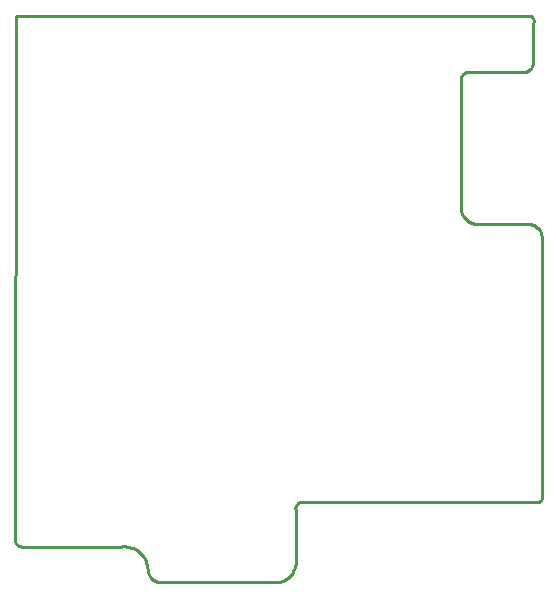
<source format=gbr>
G04 EAGLE Gerber X2 export*
%TF.Part,Single*%
%TF.FileFunction,Profile,NP*%
%TF.FilePolarity,Positive*%
%TF.GenerationSoftware,Autodesk,EAGLE,9.1.3*%
%TF.CreationDate,2018-09-20T23:52:14Z*%
G75*
%MOMM*%
%FSLAX34Y34*%
%LPD*%
%AMOC8*
5,1,8,0,0,1.08239X$1,22.5*%
G01*
%ADD10C,0.254000*%


D10*
X2283Y21310D02*
X2325Y20814D01*
X2409Y20324D01*
X2537Y19843D01*
X2705Y19375D01*
X2914Y18923D01*
X3161Y18491D01*
X3445Y18082D01*
X3764Y17700D01*
X4114Y17347D01*
X4495Y17026D01*
X4901Y16739D01*
X5331Y16489D01*
X5782Y16277D01*
X6249Y16105D01*
X6729Y15974D01*
X7219Y15886D01*
X7714Y15841D01*
X8212Y15839D01*
X92537Y15840D01*
X94240Y15973D01*
X95948Y15957D01*
X97648Y15792D01*
X99328Y15479D01*
X100973Y15021D01*
X102573Y14422D01*
X104114Y13686D01*
X105585Y12818D01*
X106975Y11825D01*
X108273Y10714D01*
X109469Y9495D01*
X110555Y8176D01*
X111521Y6768D01*
X112361Y5281D01*
X113069Y3726D01*
X113638Y2115D01*
X114064Y461D01*
X114345Y-1224D01*
X114804Y-3960D01*
X114885Y-4908D01*
X115049Y-5845D01*
X115294Y-6764D01*
X115618Y-7658D01*
X116018Y-8521D01*
X116493Y-9346D01*
X117037Y-10126D01*
X117647Y-10855D01*
X118319Y-11529D01*
X119046Y-12142D01*
X119825Y-12688D01*
X120648Y-13165D01*
X121509Y-13569D01*
X122402Y-13895D01*
X123321Y-14143D01*
X124257Y-14310D01*
X125205Y-14394D01*
X126156Y-14396D01*
X222213Y-14396D01*
X223722Y-14383D01*
X225225Y-14239D01*
X226709Y-13965D01*
X228163Y-13562D01*
X229577Y-13034D01*
X230940Y-12385D01*
X232241Y-11619D01*
X233470Y-10743D01*
X234618Y-9764D01*
X235676Y-8688D01*
X236637Y-7523D01*
X237492Y-6280D01*
X238236Y-4967D01*
X238862Y-3593D01*
X239367Y-2171D01*
X239745Y-710D01*
X239995Y779D01*
X240114Y2283D01*
X240114Y46810D01*
X240001Y47280D01*
X239929Y47757D01*
X239899Y48239D01*
X239912Y48722D01*
X239966Y49202D01*
X240062Y49675D01*
X240199Y50138D01*
X240375Y50587D01*
X240591Y51020D01*
X240843Y51431D01*
X241130Y51820D01*
X241449Y52182D01*
X241799Y52514D01*
X242177Y52815D01*
X242579Y53082D01*
X243004Y53313D01*
X243446Y53506D01*
X243904Y53659D01*
X443289Y53659D01*
X443632Y53567D01*
X443982Y53506D01*
X444336Y53475D01*
X444692Y53475D01*
X445046Y53506D01*
X445396Y53568D01*
X445740Y53660D01*
X446074Y53782D01*
X446396Y53933D01*
X446704Y54111D01*
X446995Y54315D01*
X447267Y54543D01*
X447518Y54795D01*
X447747Y55067D01*
X447951Y55359D01*
X448128Y55667D01*
X448278Y55989D01*
X448400Y56323D01*
X448400Y278953D01*
X448223Y279943D01*
X447961Y280913D01*
X447615Y281857D01*
X447188Y282768D01*
X446683Y283637D01*
X446105Y284459D01*
X445457Y285228D01*
X444744Y285937D01*
X443973Y286582D01*
X443148Y287157D01*
X442276Y287658D01*
X441364Y288081D01*
X440418Y288422D01*
X439447Y288680D01*
X438456Y288853D01*
X437454Y288938D01*
X436449Y288936D01*
X435448Y288846D01*
X393594Y288846D01*
X392395Y288925D01*
X391207Y289109D01*
X390039Y289395D01*
X388901Y289781D01*
X387801Y290266D01*
X386748Y290845D01*
X385748Y291513D01*
X384811Y292265D01*
X383943Y293097D01*
X383151Y294001D01*
X382441Y294971D01*
X381818Y295998D01*
X381286Y297077D01*
X380851Y298197D01*
X380515Y299351D01*
X380281Y300530D01*
X380151Y301725D01*
X380125Y302927D01*
X380125Y412530D01*
X380214Y413025D01*
X380346Y413510D01*
X380519Y413982D01*
X380733Y414437D01*
X380986Y414871D01*
X381275Y415282D01*
X381600Y415666D01*
X381956Y416021D01*
X382343Y416343D01*
X382755Y416630D01*
X383192Y416880D01*
X383648Y417091D01*
X384121Y417261D01*
X384607Y417390D01*
X385102Y417476D01*
X385603Y417518D01*
X386106Y417516D01*
X386607Y417471D01*
X433028Y417471D01*
X433787Y417571D01*
X434535Y417738D01*
X435266Y417968D01*
X435973Y418262D01*
X436653Y418616D01*
X437299Y419028D01*
X437906Y419495D01*
X438471Y420013D01*
X438988Y420578D01*
X439454Y421186D01*
X439866Y421833D01*
X440219Y422512D01*
X440512Y423220D01*
X440742Y423951D01*
X440907Y424699D01*
X441007Y425459D01*
X441040Y426224D01*
X441006Y426990D01*
X441006Y458196D01*
X441202Y458611D01*
X441361Y459041D01*
X441481Y459483D01*
X441563Y459935D01*
X441605Y460391D01*
X441608Y460850D01*
X441570Y461307D01*
X441492Y461758D01*
X441376Y462202D01*
X441221Y462633D01*
X441029Y463050D01*
X440802Y463448D01*
X440541Y463825D01*
X440248Y464178D01*
X439925Y464503D01*
X439575Y464800D01*
X439201Y465064D01*
X438805Y465296D01*
X3507Y465296D01*
X2283Y21310D01*
M02*

</source>
